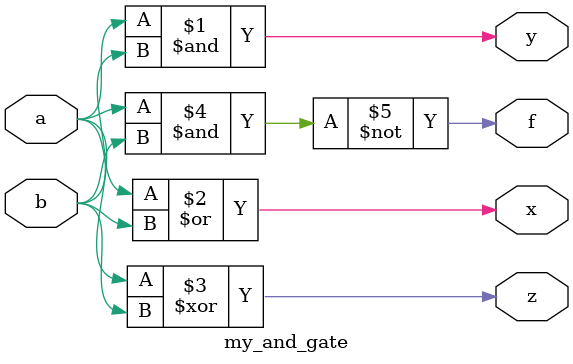
<source format=sv>
module my_and_gate
(
    input a,
    input b,
    output y,
    output x,
    output z,
    output f
);

assign y = a & b;
assign x = a | b;
assign z = a ^ b;
assign f = ~(a & b);
endmodule


</source>
